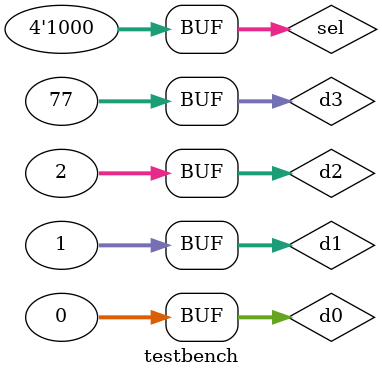
<source format=v>

`timescale 100 ps / 100 ps
module testbench;
	parameter DATA_WIDTH = 32;
	//parameter SEL_WIDTH = 3;	//2;
	//parameter INPUT_CHANNELS = 8;
    // input and output test signals
    wire  [DATA_WIDTH-1:0] y;
	//wire  [DATA_WIDTH-1:0] y2;
	reg   [/*SEL_WIDTH-1*/3:0] sel;
	//reg   [INPUT_CHANNELS-1:0] sel2;
	reg   [DATA_WIDTH-1:0] d0; 
	reg	  [DATA_WIDTH-1:0] d1;
	reg   [DATA_WIDTH-1:0] d2;
	reg   [DATA_WIDTH-1:0] d3;
	//reg   [DATA_WIDTH-1:0] d4; 
	//reg   [DATA_WIDTH-1:0] d5;
	//reg   [DATA_WIDTH-1:0] d6;
	//reg   [DATA_WIDTH-1:0] d7;
 
   // creating the instance of the module we want to test
	bn_selector_4_1_and_or #(DATA_WIDTH) bn_selector_4_1_and_or (.data({d3,d2,d1,d0}), .sel(sel), .y(y));
	//bn_mux_n_1_generate #(DATA_WIDTH,SEL_WIDTH) bn_mux_n_1_generate (.data({d3,d2,d1,d0}), .sel(sel), .y(y));
	
	//bn_selector_n_1_generate #(DATA_WIDTH,INPUT_CHANNELS) bn_selector_n_1_generate (.data({d7,d6,d5,d4,d3,d2,d1,d0}), .sel(sel2), .y(y2));
	
	initial 
        begin
			d0=0; d1=1; d2=2; d3=3; //d4=4; d5=5; d6=6; d7=7;
			#5;
            sel = 4'b0001;     
			//sel2 = 8'b00000001;
			#10;
			repeat (3)	
			begin
				sel=sel<<1;
				//sel2=sel2<<1;
				#10;
			end
			d3=123;
			#10;
			d3=77;
			#10;
        end
    // do at the beginning of the simulation
    //  print signal values on every change
    initial 
        //$monitor("sel=%b sel2=%b d0=%d d1=%d d2=%d d3=%d d4=%d d5=%d d6=%d d7=%d y=%d y2=%d", 
		$monitor("sel=%b d0=%d d1=%d d2=%d d3=%d y=%d", 
		         sel, /*sel2,*/ d0, d1, d2, d3,/* d4, d5, d6, d7,*/ y/*, y2*/);
    // do at the beginning of the simulation
    initial 
        $dumpvars;  //iverilog dump init
endmodule

</source>
